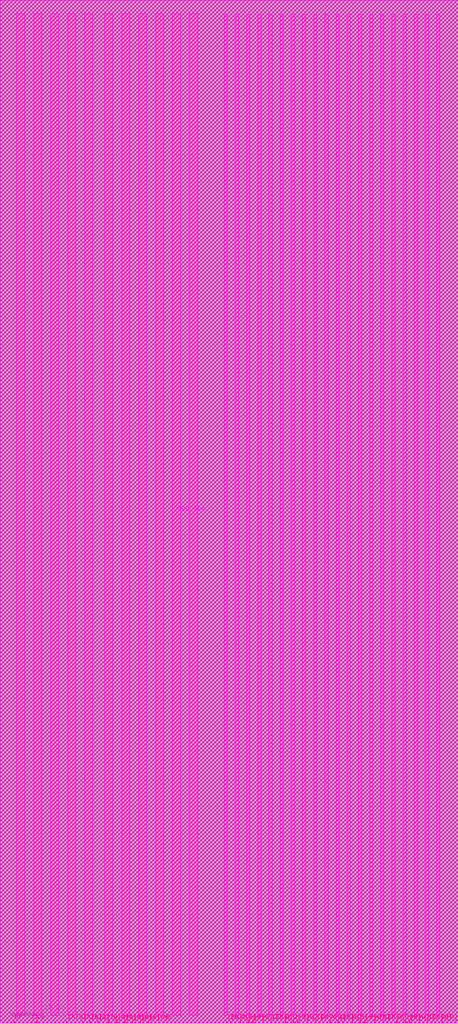
<source format=lef>
VERSION 5.6 ;
BUSBITCHARS "[]" ;
DIVIDERCHAR "/" ;
#
#   MOL INFORMATION (TECH)
#       SCHEMA : 02/05/08 (V=107)
#       CARD   : 06/02/03 (V=1)
#
#
#   MOL INFORMATION (PC)
#       SCHEMA : 02/05/08 (V=107)
#       CARD   : 07/07/27 (V=1)
#
#MACRO SECTION
  MACRO RAM200
    CLASS BLOCK ;
    FOREIGN RAM200  0.000 0.000 ;
    SIZE 84.395 BY 188.535 ;
    SYMMETRY R90 X Y ;
    PIN IA[9]
      DIRECTION INPUT ;
      USE SIGNAL ;
      ANTENNADIFFAREA 0.100 ;
      PORT
          LAYER MET3 ;
          RECT 12.175 0.000 12.275 0.380 ;
          LAYER MET2 ;
          RECT 12.175 0.000 12.275 0.380 ;
      END
    END IA[9]
    PIN IA[8]
      DIRECTION INPUT ;
      USE SIGNAL ;
      ANTENNADIFFAREA 0.100 ;
      PORT
          LAYER MET3 ;
          RECT 27.230 0.000 27.330 0.380 ;
          LAYER MET2 ;
          RECT 27.230 0.000 27.330 0.380 ;
      END
    END IA[8]
    PIN IA[7]
      DIRECTION INPUT ;
      USE SIGNAL ;
      ANTENNADIFFAREA 0.100 ;
      PORT
          LAYER MET3 ;
          RECT 25.785 0.000 25.885 0.380 ;
          LAYER MET2 ;
          RECT 25.785 0.000 25.885 0.380 ;
      END
    END IA[7]
    PIN IA[6]
      DIRECTION INPUT ;
      USE SIGNAL ;
      ANTENNADIFFAREA 0.100 ;
      PORT
          LAYER MET3 ;
          RECT 24.340 0.000 24.440 0.380 ;
          LAYER MET2 ;
          RECT 24.340 0.000 24.440 0.380 ;
      END
    END IA[6]
    PIN IA[5]
      DIRECTION INPUT ;
      USE SIGNAL ;
      ANTENNADIFFAREA 0.100 ;
      PORT
          LAYER MET3 ;
          RECT 22.895 0.000 22.995 0.380 ;
          LAYER MET2 ;
          RECT 22.895 0.000 22.995 0.380 ;
      END
    END IA[5]
    PIN IA[4]
      DIRECTION INPUT ;
      USE SIGNAL ;
      ANTENNADIFFAREA 0.100 ;
      PORT
          LAYER MET3 ;
          RECT 21.450 0.000 21.550 0.380 ;
          LAYER MET2 ;
          RECT 21.450 0.000 21.550 0.380 ;
      END
    END IA[4]
    PIN IA[3]
      DIRECTION INPUT ;
      USE SIGNAL ;
      ANTENNADIFFAREA 0.100 ;
      PORT
          LAYER MET3 ;
          RECT 20.005 0.000 20.105 0.380 ;
          LAYER MET2 ;
          RECT 20.005 0.000 20.105 0.380 ;
      END
    END IA[3]
    PIN IA[2]
      DIRECTION INPUT ;
      USE SIGNAL ;
      ANTENNADIFFAREA 0.100 ;
      PORT
          LAYER MET3 ;
          RECT 17.955 0.000 18.055 0.380 ;
          LAYER MET2 ;
          RECT 17.955 0.000 18.055 0.380 ;
      END
    END IA[2]
    PIN IA[1]
      DIRECTION INPUT ;
      USE SIGNAL ;
      ANTENNADIFFAREA 0.100 ;
      PORT
          LAYER MET3 ;
          RECT 16.510 0.000 16.610 0.380 ;
          LAYER MET2 ;
          RECT 16.510 0.000 16.610 0.380 ;
      END
    END IA[1]
    PIN IA[0]
      DIRECTION INPUT ;
      USE SIGNAL ;
      ANTENNADIFFAREA 0.100 ;
      PORT
          LAYER MET3 ;
          RECT 15.065 0.000 15.165 0.380 ;
          LAYER MET2 ;
          RECT 15.065 0.000 15.165 0.380 ;
      END
    END IA[0]
    PIN BP
      DIRECTION INPUT ;
      USE SIGNAL ;
      ANTENNADIFFAREA 0.100 ;
      PORT
          LAYER MET3 ;
          RECT 2.490 0.000 2.590 0.380 ;
          LAYER MET2 ;
          RECT 2.490 0.000 2.590 0.380 ;
      END
    END BP
    PIN WE
      DIRECTION INPUT ;
      USE SIGNAL ;
      ANTENNADIFFAREA 0.100 ;
      PORT
          LAYER MET3 ;
          RECT 30.120 0.000 30.220 0.380 ;
          LAYER MET2 ;
          RECT 30.120 0.000 30.220 0.380 ;
      END
    END WE
    PIN CE
      DIRECTION INPUT ;
      USE SIGNAL ;
      ANTENNADIFFAREA 0.100 ;
      PORT
          LAYER MET3 ;
          RECT 6.680 0.000 6.780 0.380 ;
          LAYER MET2 ;
          RECT 6.680 0.000 6.780 0.380 ;
      END
    END CE
    PIN CK
      DIRECTION INPUT ;
      USE SIGNAL ;
      ANTENNADIFFAREA 0.100 ;
      PORT
          LAYER MET3 ;
          RECT 5.800 0.000 5.900 0.380 ;
          LAYER MET2 ;
          RECT 5.800 0.000 5.900 0.380 ;
      END
    END CK
    PIN A[9]
      DIRECTION OUTPUT ;
      USE SIGNAL ;
      ANTENNADIFFAREA 0.100 ;
      PORT
          LAYER MET3 ;
          RECT 81.315 0.000 81.415 0.380 ;
          LAYER MET2 ;
          RECT 81.315 0.000 81.415 0.380 ;
      END
    END A[9]
    PIN I[9]
      DIRECTION INPUT ;
      USE SIGNAL ;
      ANTENNADIFFAREA 0.100 ;
      PORT
          LAYER MET3 ;
          RECT 78.715 0.000 78.815 0.380 ;
          LAYER MET2 ;
          RECT 78.715 0.000 78.815 0.380 ;
      END
    END I[9]
    PIN DM[9]
      DIRECTION INPUT ;
      USE SIGNAL ;
      ANTENNADIFFAREA 0.100 ;
      PORT
          LAYER MET3 ;
          RECT 79.475 0.000 79.575 0.380 ;
          LAYER MET2 ;
          RECT 79.475 0.000 79.575 0.380 ;
      END
    END DM[9]
    PIN A[8]
      DIRECTION OUTPUT ;
      USE SIGNAL ;
      ANTENNADIFFAREA 0.100 ;
      PORT
          LAYER MET3 ;
          RECT 77.195 0.000 77.295 0.380 ;
          LAYER MET2 ;
          RECT 77.195 0.000 77.295 0.380 ;
      END
    END A[8]
    PIN I[8]
      DIRECTION INPUT ;
      USE SIGNAL ;
      ANTENNADIFFAREA 0.100 ;
      PORT
          LAYER MET3 ;
          RECT 74.595 0.000 74.695 0.380 ;
          LAYER MET2 ;
          RECT 74.595 0.000 74.695 0.380 ;
      END
    END I[8]
    PIN DM[8]
      DIRECTION INPUT ;
      USE SIGNAL ;
      ANTENNADIFFAREA 0.100 ;
      PORT
          LAYER MET3 ;
          RECT 75.355 0.000 75.455 0.380 ;
          LAYER MET2 ;
          RECT 75.355 0.000 75.455 0.380 ;
      END
    END DM[8]
    PIN A[7]
      DIRECTION OUTPUT ;
      USE SIGNAL ;
      ANTENNADIFFAREA 0.100 ;
      PORT
          LAYER MET3 ;
          RECT 73.075 0.000 73.175 0.380 ;
          LAYER MET2 ;
          RECT 73.075 0.000 73.175 0.380 ;
      END
    END A[7]
    PIN I[7]
      DIRECTION INPUT ;
      USE SIGNAL ;
      ANTENNADIFFAREA 0.100 ;
      PORT
          LAYER MET3 ;
          RECT 70.475 0.000 70.575 0.380 ;
          LAYER MET2 ;
          RECT 70.475 0.000 70.575 0.380 ;
      END
    END I[7]
    PIN DM[7]
      DIRECTION INPUT ;
      USE SIGNAL ;
      ANTENNADIFFAREA 0.100 ;
      PORT
          LAYER MET3 ;
          RECT 71.235 0.000 71.335 0.380 ;
          LAYER MET2 ;
          RECT 71.235 0.000 71.335 0.380 ;
      END
    END DM[7]
    PIN A[6]
      DIRECTION OUTPUT ;
      USE SIGNAL ;
      ANTENNADIFFAREA 0.100 ;
      PORT
          LAYER MET3 ;
          RECT 68.955 0.000 69.055 0.380 ;
          LAYER MET2 ;
          RECT 68.955 0.000 69.055 0.380 ;
      END
    END A[6]
    PIN I[6]
      DIRECTION INPUT ;
      USE SIGNAL ;
      ANTENNADIFFAREA 0.100 ;
      PORT
          LAYER MET3 ;
          RECT 66.355 0.000 66.455 0.380 ;
          LAYER MET2 ;
          RECT 66.355 0.000 66.455 0.380 ;
      END
    END I[6]
    PIN DM[6]
      DIRECTION INPUT ;
      USE SIGNAL ;
      ANTENNADIFFAREA 0.100 ;
      PORT
          LAYER MET3 ;
          RECT 67.115 0.000 67.215 0.380 ;
          LAYER MET2 ;
          RECT 67.115 0.000 67.215 0.380 ;
      END
    END DM[6]
    PIN A[5]
      DIRECTION OUTPUT ;
      USE SIGNAL ;
      ANTENNADIFFAREA 0.100 ;
      PORT
          LAYER MET3 ;
          RECT 64.835 0.000 64.935 0.380 ;
          LAYER MET2 ;
          RECT 64.835 0.000 64.935 0.380 ;
      END
    END A[5]
    PIN I[5]
      DIRECTION INPUT ;
      USE SIGNAL ;
      ANTENNADIFFAREA 0.100 ;
      PORT
          LAYER MET3 ;
          RECT 62.235 0.000 62.335 0.380 ;
          LAYER MET2 ;
          RECT 62.235 0.000 62.335 0.380 ;
      END
    END I[5]
    PIN DM[5]
      DIRECTION INPUT ;
      USE SIGNAL ;
      ANTENNADIFFAREA 0.100 ;
      PORT
          LAYER MET3 ;
          RECT 62.995 0.000 63.095 0.380 ;
          LAYER MET2 ;
          RECT 62.995 0.000 63.095 0.380 ;
      END
    END DM[5]
    PIN A[4]
      DIRECTION OUTPUT ;
      USE SIGNAL ;
      ANTENNADIFFAREA 0.100 ;
      PORT
          LAYER MET3 ;
          RECT 60.715 0.000 60.815 0.380 ;
          LAYER MET2 ;
          RECT 60.715 0.000 60.815 0.380 ;
      END
    END A[4]
    PIN I[4]
      DIRECTION INPUT ;
      USE SIGNAL ;
      ANTENNADIFFAREA 0.100 ;
      PORT
          LAYER MET3 ;
          RECT 58.115 0.000 58.215 0.380 ;
          LAYER MET2 ;
          RECT 58.115 0.000 58.215 0.380 ;
      END
    END I[4]
    PIN DM[4]
      DIRECTION INPUT ;
      USE SIGNAL ;
      ANTENNADIFFAREA 0.100 ;
      PORT
          LAYER MET3 ;
          RECT 58.875 0.000 58.975 0.380 ;
          LAYER MET2 ;
          RECT 58.875 0.000 58.975 0.380 ;
      END
    END DM[4]
    PIN A[3]
      DIRECTION OUTPUT ;
      USE SIGNAL ;
      ANTENNADIFFAREA 0.100 ;
      PORT
          LAYER MET3 ;
          RECT 56.595 0.000 56.695 0.380 ;
          LAYER MET2 ;
          RECT 56.595 0.000 56.695 0.380 ;
      END
    END A[3]
    PIN I[3]
      DIRECTION INPUT ;
      USE SIGNAL ;
      ANTENNADIFFAREA 0.100 ;
      PORT
          LAYER MET3 ;
          RECT 53.995 0.000 54.095 0.380 ;
          LAYER MET2 ;
          RECT 53.995 0.000 54.095 0.380 ;
      END
    END I[3]
    PIN DM[3]
      DIRECTION INPUT ;
      USE SIGNAL ;
      ANTENNADIFFAREA 0.100 ;
      PORT
          LAYER MET3 ;
          RECT 54.755 0.000 54.855 0.380 ;
          LAYER MET2 ;
          RECT 54.755 0.000 54.855 0.380 ;
      END
    END DM[3]
    PIN A[2]
      DIRECTION OUTPUT ;
      USE SIGNAL ;
      ANTENNADIFFAREA 0.100 ;
      PORT
          LAYER MET3 ;
          RECT 52.475 0.000 52.575 0.380 ;
          LAYER MET2 ;
          RECT 52.475 0.000 52.575 0.380 ;
      END
    END A[2]
    PIN I[2]
      DIRECTION INPUT ;
      USE SIGNAL ;
      ANTENNADIFFAREA 0.100 ;
      PORT
          LAYER MET3 ;
          RECT 49.875 0.000 49.975 0.380 ;
          LAYER MET2 ;
          RECT 49.875 0.000 49.975 0.380 ;
      END
    END I[2]
    PIN DM[2]
      DIRECTION INPUT ;
      USE SIGNAL ;
      ANTENNADIFFAREA 0.100 ;
      PORT
          LAYER MET3 ;
          RECT 50.635 0.000 50.735 0.380 ;
          LAYER MET2 ;
          RECT 50.635 0.000 50.735 0.380 ;
      END
    END DM[2]
    PIN A[1]
      DIRECTION OUTPUT ;
      USE SIGNAL ;
      ANTENNADIFFAREA 0.100 ;
      PORT
          LAYER MET3 ;
          RECT 48.355 0.000 48.455 0.380 ;
          LAYER MET2 ;
          RECT 48.355 0.000 48.455 0.380 ;
      END
    END A[1]
    PIN I[1]
      DIRECTION INPUT ;
      USE SIGNAL ;
      ANTENNADIFFAREA 0.100 ;
      PORT
          LAYER MET3 ;
          RECT 45.755 0.000 45.855 0.380 ;
          LAYER MET2 ;
          RECT 45.755 0.000 45.855 0.380 ;
      END
    END I[1]
    PIN DM[1]
      DIRECTION INPUT ;
      USE SIGNAL ;
      ANTENNADIFFAREA 0.100 ;
      PORT
          LAYER MET3 ;
          RECT 46.515 0.000 46.615 0.380 ;
          LAYER MET2 ;
          RECT 46.515 0.000 46.615 0.380 ;
      END
    END DM[1]
    PIN A[0]
      DIRECTION OUTPUT ;
      USE SIGNAL ;
      ANTENNADIFFAREA 0.100 ;
      PORT
          LAYER MET3 ;
          RECT 44.235 0.000 44.335 0.380 ;
          LAYER MET2 ;
          RECT 44.235 0.000 44.335 0.380 ;
      END
    END A[0]
    PIN I[0]
      DIRECTION INPUT ;
      USE SIGNAL ;
      ANTENNADIFFAREA 0.100 ;
      PORT
          LAYER MET3 ;
          RECT 41.635 0.000 41.735 0.380 ;
          LAYER MET2 ;
          RECT 41.635 0.000 41.735 0.380 ;
      END
    END I[0]
    PIN DM[0]
      DIRECTION INPUT ;
      USE SIGNAL ;
      ANTENNADIFFAREA 0.100 ;
      PORT
          LAYER MET3 ;
          RECT 42.395 0.000 42.495 0.380 ;
          LAYER MET2 ;
          RECT 42.395 0.000 42.495 0.380 ;
      END
    END DM[0]
    PIN VDD
      DIRECTION INOUT ;
      USE POWER ;
      SHAPE ABUTMENT ;
      PORT
          LAYER MET4 ;
          RECT 43.330 1.500 43.930 185.970 ;
          LAYER MET4 ;
          RECT 47.450 1.500 48.050 185.970 ;
          LAYER MET4 ;
          RECT 51.570 1.500 52.170 185.970 ;
          LAYER MET4 ;
          RECT 55.690 1.500 56.290 185.970 ;
          LAYER MET4 ;
          RECT 59.810 1.500 60.410 185.970 ;
          LAYER MET4 ;
          RECT 63.930 1.500 64.530 185.970 ;
          LAYER MET4 ;
          RECT 68.050 1.500 68.650 185.970 ;
          LAYER MET4 ;
          RECT 72.170 1.500 72.770 185.970 ;
          LAYER MET4 ;
          RECT 76.290 1.500 76.890 185.970 ;
          LAYER MET4 ;
          RECT 80.410 1.500 81.010 185.970 ;
          LAYER MET4 ;
          RECT 3.050 1.500 4.550 186.050 ;
          LAYER MET4 ;
          RECT 9.290 1.500 10.790 186.050 ;
          LAYER MET4 ;
          RECT 15.530 1.500 17.030 186.050 ;
          LAYER MET4 ;
          RECT 22.380 1.500 23.880 186.050 ;
          LAYER MET4 ;
          RECT 28.620 1.500 30.120 186.050 ;
          LAYER MET4 ;
          RECT 34.860 1.500 36.360 186.050 ;
      END
    END VDD
    PIN VSS
      DIRECTION INOUT ;
      USE GROUND ;
      SHAPE ABUTMENT ;
      PORT
          LAYER MET4 ;
          RECT 41.270 1.500 41.870 185.970 ;
          LAYER MET4 ;
          RECT 45.390 1.500 45.990 185.970 ;
          LAYER MET4 ;
          RECT 49.510 1.500 50.110 185.970 ;
          LAYER MET4 ;
          RECT 53.630 1.500 54.230 185.970 ;
          LAYER MET4 ;
          RECT 57.750 1.500 58.350 185.970 ;
          LAYER MET4 ;
          RECT 61.870 1.500 62.470 185.970 ;
          LAYER MET4 ;
          RECT 65.990 1.500 66.590 185.970 ;
          LAYER MET4 ;
          RECT 70.110 1.500 70.710 185.970 ;
          LAYER MET4 ;
          RECT 74.230 1.500 74.830 185.970 ;
          LAYER MET4 ;
          RECT 78.350 1.500 78.950 185.970 ;
          LAYER MET4 ;
          RECT 6.170 1.500 7.670 186.050 ;
          LAYER MET4 ;
          RECT 12.410 1.500 13.910 186.050 ;
          LAYER MET4 ;
          RECT 19.260 1.500 20.760 186.050 ;
          LAYER MET4 ;
          RECT 25.500 1.500 27.000 186.050 ;
          LAYER MET4 ;
          RECT 31.740 1.500 33.240 186.050 ;
      END
    END VSS
    OBS
      LAYER MET1 ;
      RECT 0.000 0.000 84.395 188.535 ;
      LAYER CUT12 ;
      RECT 0.000 0.000 84.395 188.535 ;
      LAYER MET2 ;
      RECT 0.000 0.000 84.395 188.535 ;
      LAYER CUT23 ;
      RECT 0.000 0.000 84.395 188.535 ;
      LAYER MET3 ;
      RECT 0.000 0.000 84.395 188.535 ;
      LAYER CUT34 ;
      RECT 0.000 0.000 84.395 188.535 ;
      LAYER MET4 ;
      RECT 0.000 0.000 84.395 188.535 ;
    END
  END RAM200
END LIBRARY
</source>
